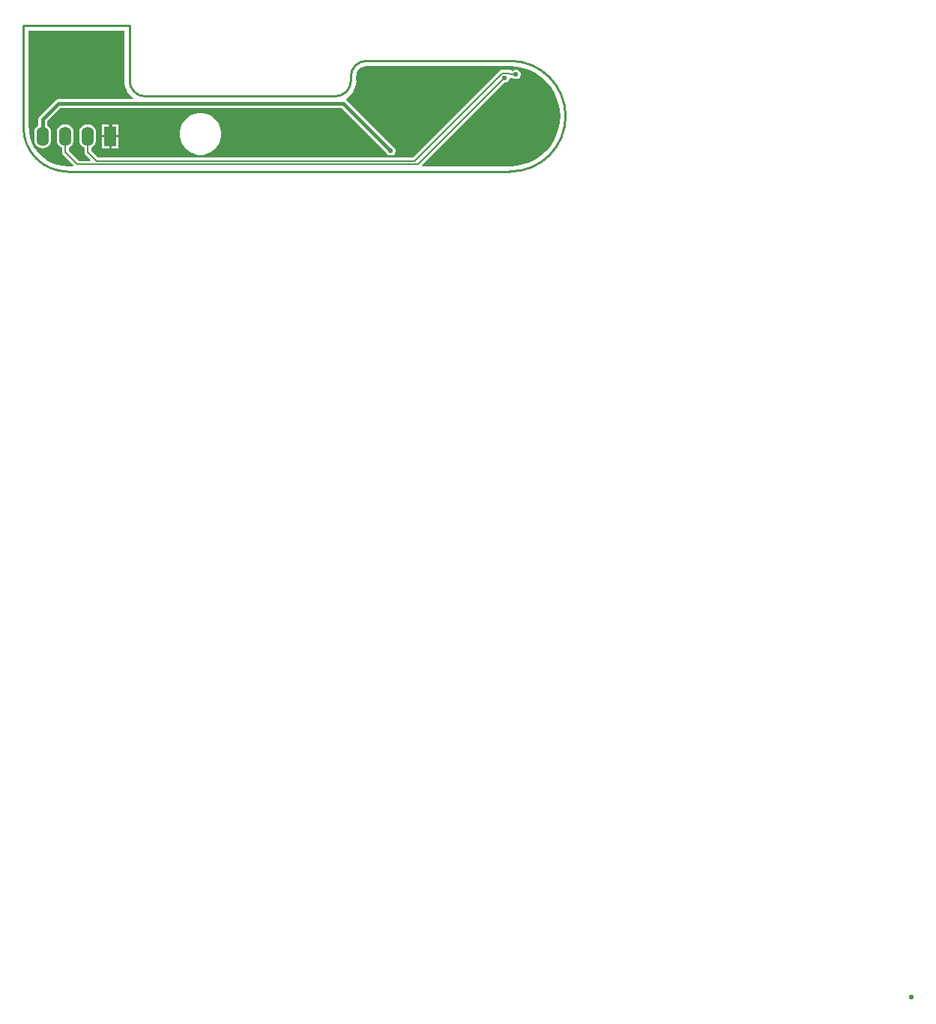
<source format=gtl>
G04*
G04 #@! TF.GenerationSoftware,Altium Limited,Altium Designer,22.2.1 (43)*
G04*
G04 Layer_Physical_Order=1*
G04 Layer_Color=255*
%FSLAX44Y44*%
%MOMM*%
G71*
G04*
G04 #@! TF.SameCoordinates,59029D5E-7FE7-4811-848E-3C15E54AA96D*
G04*
G04*
G04 #@! TF.FilePolarity,Positive*
G04*
G01*
G75*
%ADD10C,0.1524*%
%ADD12C,0.2540*%
%ADD16C,0.3810*%
%ADD17R,1.4000X2.2000*%
%ADD18O,1.4000X2.2000*%
%ADD19C,0.5500*%
G36*
X513875Y33874D02*
X513875Y-22499D01*
X513874Y-22500D01*
X513830D01*
X514285Y-27118D01*
X515632Y-31558D01*
X517819Y-35650D01*
X520763Y-39237D01*
X524056Y-41940D01*
X523700Y-43210D01*
X439420D01*
X437487Y-43594D01*
X435849Y-44689D01*
X418329Y-62209D01*
X417234Y-63847D01*
X416850Y-65780D01*
Y-72850D01*
X415096Y-74196D01*
X413567Y-76189D01*
X412606Y-78509D01*
X412278Y-81000D01*
Y-89000D01*
X412606Y-91490D01*
X413567Y-93811D01*
X415096Y-95804D01*
X417089Y-97333D01*
X419409Y-98294D01*
X421900Y-98622D01*
X424390Y-98294D01*
X426711Y-97333D01*
X428704Y-95804D01*
X430233Y-93811D01*
X431194Y-91490D01*
X431522Y-89000D01*
Y-81000D01*
X431194Y-78509D01*
X430233Y-76189D01*
X428704Y-74196D01*
X426950Y-72850D01*
Y-67872D01*
X441512Y-53310D01*
X759568D01*
X810275Y-104017D01*
X810515Y-104597D01*
X812003Y-106085D01*
X813948Y-106890D01*
X816052D01*
X817997Y-106085D01*
X819484Y-104597D01*
X820290Y-102652D01*
Y-100548D01*
X819484Y-98603D01*
X817997Y-97115D01*
X817417Y-96875D01*
X765231Y-44689D01*
X764529Y-44220D01*
X764602Y-42741D01*
X765650Y-42181D01*
X769237Y-39237D01*
X772181Y-35650D01*
X774368Y-31558D01*
X775715Y-27118D01*
X776170Y-22500D01*
X776126D01*
X776125Y-22499D01*
Y-17501D01*
X776126Y-17500D01*
X776126D01*
X776246Y-16280D01*
X776474Y-14546D01*
X777615Y-11793D01*
X779429Y-9429D01*
X781793Y-7615D01*
X784546Y-6474D01*
X787377Y-6101D01*
X787500Y-6126D01*
X950000D01*
X950241Y-6078D01*
X957367Y-6545D01*
X964607Y-7985D01*
X971598Y-10358D01*
X978219Y-13623D01*
X984357Y-17725D01*
X989908Y-22592D01*
X994775Y-28143D01*
X998877Y-34281D01*
X1002142Y-40902D01*
X1004515Y-47893D01*
X1005955Y-55133D01*
X1006438Y-62500D01*
X1005955Y-69867D01*
X1004515Y-77107D01*
X1002142Y-84098D01*
X998877Y-90719D01*
X994775Y-96857D01*
X989908Y-102408D01*
X984357Y-107275D01*
X978219Y-111377D01*
X971598Y-114642D01*
X964607Y-117015D01*
X957367Y-118455D01*
X951262Y-118855D01*
X950000Y-118874D01*
D01*
X948746Y-118874D01*
X850939Y-118874D01*
X850453Y-117701D01*
X943814Y-24340D01*
X944662D01*
X946607Y-23535D01*
X948095Y-22046D01*
X948900Y-20102D01*
Y-19947D01*
X949882Y-19141D01*
X950000Y-19165D01*
X952754D01*
X953354Y-19765D01*
X955298Y-20570D01*
X957402D01*
X959347Y-19765D01*
X960835Y-18277D01*
X961640Y-16332D01*
Y-14228D01*
X960835Y-12284D01*
X959347Y-10796D01*
X957402Y-9990D01*
X955298D01*
X953354Y-10796D01*
X952754Y-11395D01*
X951609D01*
X951437Y-11223D01*
X950177Y-10381D01*
X948690Y-10085D01*
X941070D01*
X939583Y-10381D01*
X938323Y-11223D01*
X840431Y-109115D01*
X484179D01*
X476585Y-101521D01*
Y-97717D01*
X477511Y-97333D01*
X479504Y-95804D01*
X481033Y-93811D01*
X481994Y-91490D01*
X482322Y-89000D01*
Y-81000D01*
X481994Y-78509D01*
X481033Y-76189D01*
X479504Y-74196D01*
X477511Y-72667D01*
X475190Y-71705D01*
X472700Y-71378D01*
X470210Y-71705D01*
X467889Y-72667D01*
X465896Y-74196D01*
X464367Y-76189D01*
X463406Y-78509D01*
X463078Y-81000D01*
Y-89000D01*
X463406Y-91490D01*
X464367Y-93811D01*
X465896Y-95804D01*
X467889Y-97333D01*
X468815Y-97717D01*
Y-103130D01*
X469111Y-104617D01*
X469953Y-105877D01*
X475858Y-111782D01*
X475372Y-112955D01*
X462619D01*
X451185Y-101521D01*
Y-97717D01*
X452111Y-97333D01*
X454104Y-95804D01*
X455633Y-93811D01*
X456594Y-91490D01*
X456922Y-89000D01*
Y-81000D01*
X456594Y-78509D01*
X455633Y-76189D01*
X454104Y-74196D01*
X452111Y-72667D01*
X449790Y-71705D01*
X447300Y-71378D01*
X444809Y-71705D01*
X442489Y-72667D01*
X440496Y-74196D01*
X438967Y-76189D01*
X438006Y-78509D01*
X437678Y-81000D01*
Y-89000D01*
X438006Y-91490D01*
X438967Y-93811D01*
X440496Y-95804D01*
X442489Y-97333D01*
X443415Y-97717D01*
Y-103130D01*
X443711Y-104617D01*
X444553Y-105877D01*
X456377Y-117701D01*
X455891Y-118874D01*
X450000D01*
X449861Y-118902D01*
X444268Y-118535D01*
X438635Y-117415D01*
X433196Y-115569D01*
X428045Y-113028D01*
X423269Y-109837D01*
X418950Y-106050D01*
X415163Y-101731D01*
X411972Y-96955D01*
X409431Y-91804D01*
X407585Y-86365D01*
X406465Y-80732D01*
X406171Y-76251D01*
X406126Y-75000D01*
X406126D01*
X406125Y-74999D01*
X406126Y33874D01*
X513875Y33874D01*
D02*
G37*
%LPC*%
G36*
X507640Y-71460D02*
X499370D01*
Y-83730D01*
X507640D01*
Y-71460D01*
D02*
G37*
G36*
X496830D02*
X488560D01*
Y-83730D01*
X496830D01*
Y-71460D01*
D02*
G37*
G36*
X507640Y-86270D02*
X499370D01*
Y-98540D01*
X507640D01*
Y-86270D01*
D02*
G37*
G36*
X496830D02*
X488560D01*
Y-98540D01*
X496830D01*
Y-86270D01*
D02*
G37*
G36*
X602328Y-58860D02*
X597672D01*
X593105Y-59769D01*
X588802Y-61550D01*
X584930Y-64138D01*
X581638Y-67430D01*
X579050Y-71302D01*
X577268Y-75605D01*
X576360Y-80172D01*
Y-84828D01*
X577268Y-89396D01*
X579050Y-93698D01*
X581638Y-97570D01*
X584930Y-100862D01*
X588802Y-103449D01*
X593105Y-105232D01*
X597672Y-106140D01*
X602328D01*
X606895Y-105232D01*
X611198Y-103449D01*
X615070Y-100862D01*
X618362Y-97570D01*
X620950Y-93698D01*
X622732Y-89396D01*
X623640Y-84828D01*
Y-80172D01*
X622732Y-75605D01*
X620950Y-71302D01*
X618362Y-67430D01*
X615070Y-64138D01*
X611198Y-61550D01*
X606895Y-59769D01*
X602328Y-58860D01*
D02*
G37*
%LPD*%
D10*
X842040Y-113000D02*
X941070Y-13970D01*
X948690D01*
X950000Y-15280D02*
X956350D01*
X948690Y-13970D02*
X950000Y-15280D01*
X472700Y-103130D02*
X482570Y-113000D01*
X842040D01*
X845820Y-116840D02*
X943610Y-19050D01*
X461010Y-116840D02*
X845820D01*
X447300Y-103130D02*
X461010Y-116840D01*
X447300Y-103130D02*
Y-85000D01*
X472700Y-103130D02*
Y-85000D01*
D12*
X787500Y0D02*
G03*
X770000Y-17500I0J-17500D01*
G01*
X752500Y-40000D02*
G03*
X770000Y-22500I0J17500D01*
G01*
X520000D02*
G03*
X537500Y-40000I17500J0D01*
G01*
X400000Y-75000D02*
G03*
X450000Y-125000I50000J0D01*
G01*
X950000D02*
G03*
X950000Y0I0J62500D01*
G01*
X770000Y-22500D02*
Y-17500D01*
X537500Y-40000D02*
X752500D01*
X787500Y0D02*
X950000D01*
X520000Y-22500D02*
Y40000D01*
X400000Y-75000D02*
Y40000D01*
X450000Y-125000D02*
X950000D01*
X400000Y40000D02*
X520000D01*
D16*
X498100Y-61970D02*
X504820Y-55250D01*
X751800D02*
X798150Y-101600D01*
X504820Y-55250D02*
X751800D01*
X498100Y-85000D02*
Y-61970D01*
X421900Y-65780D02*
X439420Y-48260D01*
X761660D01*
X815000Y-101600D01*
X421900Y-85000D02*
Y-65780D01*
D17*
X498100Y-85000D02*
D03*
D18*
X472700D02*
D03*
X421900D02*
D03*
X447300D02*
D03*
D19*
X1403000Y-1057500D02*
D03*
X1000001Y-62499D02*
D03*
X980001Y-22499D02*
D03*
Y-62499D02*
D03*
X960001D02*
D03*
X940001D02*
D03*
X920001Y-22499D02*
D03*
X890001Y-42499D02*
D03*
X880001Y-22499D02*
D03*
X870001Y-42499D02*
D03*
X880001Y-62499D02*
D03*
X860001Y-22499D02*
D03*
X840001D02*
D03*
X830001Y-42499D02*
D03*
X840001Y-62499D02*
D03*
X830001Y-82500D02*
D03*
X820001Y-22499D02*
D03*
X800001D02*
D03*
X790001Y-42499D02*
D03*
X800001Y-62499D02*
D03*
X780001Y-22499D02*
D03*
X770001Y-42499D02*
D03*
Y-82500D02*
D03*
X780001Y-102500D02*
D03*
X760001Y-62499D02*
D03*
X750001Y-82500D02*
D03*
X760001Y-102500D02*
D03*
X740001Y-62499D02*
D03*
X730001Y-82500D02*
D03*
X740001Y-102500D02*
D03*
X720001Y-62499D02*
D03*
X710001Y-82500D02*
D03*
X720001Y-102500D02*
D03*
X700001Y-62499D02*
D03*
X690001Y-82500D02*
D03*
X700001Y-102500D02*
D03*
X680001Y-62499D02*
D03*
X670001Y-82500D02*
D03*
X680001Y-102500D02*
D03*
X660001Y-62499D02*
D03*
X650001Y-82500D02*
D03*
X660001Y-102500D02*
D03*
X640001Y-62499D02*
D03*
Y-102500D02*
D03*
X560001Y-62499D02*
D03*
X550001Y-82500D02*
D03*
X560001Y-102500D02*
D03*
X540001Y-62499D02*
D03*
X530001Y-82500D02*
D03*
X540001Y-102500D02*
D03*
X520001Y-62499D02*
D03*
Y-102500D02*
D03*
X500001Y-62499D02*
D03*
Y-102500D02*
D03*
X480001Y-62499D02*
D03*
X460001D02*
D03*
Y-102500D02*
D03*
X430001Y-42499D02*
D03*
X440001Y-62499D02*
D03*
Y-102500D02*
D03*
X410001Y-42499D02*
D03*
X420001Y-102500D02*
D03*
X798150Y-101600D02*
D03*
X815000D02*
D03*
X956350Y-15280D02*
D03*
X943610Y-19050D02*
D03*
M02*

</source>
